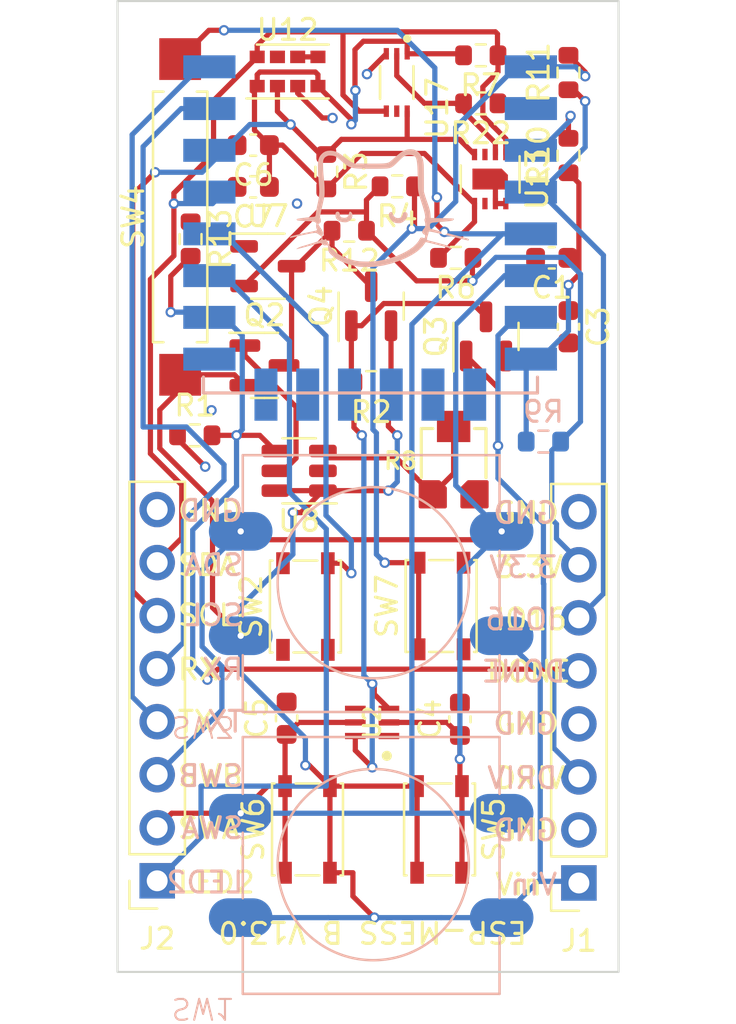
<source format=kicad_pcb>
(kicad_pcb (version 20221018) (generator pcbnew)
  (layers (0 "F.Cu" signal) (31 "B.Cu" signal) (34 "B.Paste" user) (35 "F.Paste" user) (36 "B.SilkS" user "B.Silkscreen") (37 "F.SilkS" user "F.Silkscreen") (38 "B.Mask" user) (39 "F.Mask" user) (44 "Edge.Cuts" user))
  (net 0 "")
  (net 1 "Net-(U1-VCC)")
  (net 2 "GND")
  (net 3 "SW-B")
  (net 4 "SW-A")
  (net 5 "V-SENS")
  (net 6 "+3.3V")
  (net 7 "SDA")
  (net 8 "SCL")
  (net 9 "RX")
  (net 10 "TX")
  (net 11 "Vin")
  (net 12 "Net-(Q2-G)")
  (net 13 "IO16")
  (net 14 "DRIVE")
  (net 15 "DONE")
  (net 16 "Net-(U8-DELAY{slash}M_DRV)")
  (net 17 "EN")
  (net 18 "Net-(U1-REST)")
  (net 19 "Net-(Q2-D)")
  (net 20 "Net-(U13-ADDR)")
  (net 21 "Net-(U1-GPIO0)")
  (net 23 "LED2")
  (net 30 "Net-(Q3-C)")
  (net 32 "Net-(U12-LDR)")
  (footprint "Package_TO_SOT_SMD:SOT-23" (layer "F.Cu") (at 124.85 68.5125 90)
    (fp_text reference "Q4")
    (fp_text value "AO3401A")
  )
  (footprint "Capacitor_SMD:C_0603_1608Metric" (layer "F.Cu") (at 119.2 60.8 180)
    (fp_text reference "C6")
    (fp_text value "C")
  )
  (footprint "Capacitor_SMD:C_0603_1608Metric" (layer "F.Cu") (at 129.1 88.3 90)
    (fp_text reference "C4")
    (fp_text value "C")
  )
  (footprint "Resistor_SMD:R_0603_1608Metric" (layer "F.Cu") (at 130.1 58.8 180)
    (fp_text reference "R22")
    (fp_text value "0K")
  )
  (footprint "Package_TO_SOT_SMD:SOT-23" (layer "F.Cu") (at 130.35 69.9625 90)
    (fp_text reference "Q3")
    (fp_text value "MMBT5551L")
  )
  (footprint "Button_Switch_SMD:SW_SPST_PTS810" (layer "F.Cu") (at 121.8 93.575 90)
    (fp_text reference "SW6")
    (fp_text value "SW_Push")
  )
  (footprint "Resistor_SMD:R_0603_1608Metric" (layer "F.Cu") (at 124.85 72.15 180)
    (fp_text reference "R2")
    (fp_text value "R")
  )
  (footprint "Resistor_SMD:R_0603_1608Metric" (layer "F.Cu") (at 122.7 62.075 -90)
    (fp_text reference "R3")
    (fp_text value "R")
  )
  (footprint "Sensor_Humidity:Sensirion_DFN-8-1EP_2.5x2.5mm_P0.5mm_EP1.1x1.7mm" (layer "F.Cu") (at 130.55 62.425 -90)
    (fp_text reference "U13")
    (fp_text value "SHT31-DIS")
  )
  (footprint "Resistor_SMD:R_0603_1608Metric" (layer "F.Cu") (at 126.1 62.775 180)
    (fp_text reference "R4")
    (fp_text value "R")
  )
  (footprint "2n7002:SOT363" (layer "F.Cu") (at 124.9 88.45 90)
    (fp_text reference "U2")
    (fp_text value "2N7002DW")
  )
  (footprint "Resistor_SMD:R_0603_1608Metric" (layer "F.Cu") (at 123.8 64.9 180)
    (fp_text reference "R12")
    (fp_text value "0K")
  )
  (footprint "Package_TO_SOT_SMD:SOT-23" (layer "F.Cu") (at 119.7375 71.35)
    (fp_text reference "Q2")
    (fp_text value "AO3401A")
  )
  (footprint "Button_Switch_SMD:SW_SPST_PTS810" (layer "F.Cu") (at 128.2 82.875 90)
    (fp_text reference "SW7")
    (fp_text value "SW_Push")
  )
  (footprint "Capacitor_SMD:C_0603_1608Metric" (layer "F.Cu") (at 133.5 66.2 180)
    (fp_text reference "C1")
    (fp_text value "C")
  )
  (footprint "Resistor_SMD:R_0603_1608Metric" (layer "F.Cu") (at 116.4 74.7)
    (fp_text reference "R1")
    (fp_text value "R")
  )
  (footprint "Button_Switch_SMD:SW_SPST_PTS810" (layer "F.Cu") (at 121.7 82.9 90)
    (fp_text reference "SW2")
    (fp_text value "SW_Push")
  )
  (footprint "Resistor_SMD:R_0603_1608Metric" (layer "F.Cu") (at 130.1 56.5 180)
    (fp_text reference "R7")
    (fp_text value "R")
  )
  (footprint "Resistor_SMD:R_0603_1608Metric" (layer "F.Cu") (at 134.3 61.3 90)
    (fp_text reference "R10")
    (fp_text value "R")
  )
  (footprint "Capacitor_SMD:C_0603_1608Metric" (layer "F.Cu") (at 119.2 62.8 180)
    (fp_text reference "C7")
    (fp_text value "C")
  )
  (footprint "Button_Switch_SMD:SW_SPST_REED_CT10-XXXX-G1" (layer "F.Cu") (at 115.7 64.24 -90)
    (fp_text reference "SW4")
    (fp_text value "SW_Reed")
  )
  (footprint "Capacitor_SMD:C_0603_1608Metric" (layer "F.Cu") (at 134.3 69.5 -90)
    (fp_text reference "C3")
    (fp_text value "C")
  )
  (footprint "Connector_PinSocket_2.54mm:PinSocket_1x08_P2.54mm_Vertical" (layer "F.Cu") (at 134.8 96.14 180)
    (fp_text reference "J1")
    (fp_text value "Conn_01x08_Socket")
  )
  (footprint "Button_Switch_SMD:SW_SPST_PTS810" (layer "F.Cu") (at 128.125 93.575 -90)
    (fp_text reference "SW5")
    (fp_text value "SW_Push")
  )
  (footprint "EVM3ES:EMV3ESX50B12" (layer "F.Cu") (at 128.8 75.925)
    (fp_text reference "R8")
    (fp_text value "EVM3ESX50B12")
  )
  (footprint "Connector_PinSocket_2.54mm:PinSocket_1x08_P2.54mm_Vertical" (layer "F.Cu") (at 114.6 96.035 180)
    (fp_text reference "J2")
    (fp_text value "Conn_01x08_Socket")
  )
  (footprint "Resistor_SMD:R_0603_1608Metric" (layer "F.Cu") (at 128.9 66.2 180)
    (fp_text reference "R6")
    (fp_text value "0K")
  )
  (footprint "Package_TO_SOT_SMD:SOT-23-3" (layer "F.Cu") (at 119.9 66.6)
    (fp_text reference "U7")
    (fp_text value "XC6206PxxxMR")
  )
  (footprint "Resistor_SMD:R_0603_1608Metric" (layer "F.Cu") (at 134.3 57.325 90)
    (fp_text reference "R11")
    (fp_text value "0K")
  )
  (footprint "Capacitor_SMD:C_0603_1608Metric" (layer "F.Cu") (at 120.8 88.25 90)
    (fp_text reference "C5")
    (fp_text value "C")
  )
  (footprint "Resistor_SMD:R_0603_1608Metric" (layer "F.Cu") (at 116.2 65.3 -90)
    (fp_text reference "R13")
    (fp_text value "R")
  )
  (footprint "BH1750:XDCR_BH1750FVI-TR" (layer "F.Cu") (at 126.075 57.8 -90)
    (fp_text reference "U17")
    (fp_text value "BH1750FVI-TR")
  )
  (footprint "Sensor:Avago_APDS-9960" (layer "F.Cu") (at 120.845 57.275)
    (fp_text reference "U12")
    (fp_text value "APDS-9960")
  )
  (footprint "Package_TO_SOT_SMD:SOT-23-6" (layer "F.Cu") (at 121.4 76.4 180)
    (fp_text reference "U8")
    (fp_text value "TPL5110")
  )
  (footprint "Resistor_SMD:R_0603_1608Metric" (layer "B.Cu") (at 133.1 75 180)
    (fp_text reference "R9")
    (fp_text value "0K")
  )
  (footprint "A_SensorNode:ButtonSwitch12mm_SMD" (layer "B.Cu") (at 124.95 81.76)
    (fp_text reference "SW3")
    (fp_text value "SW_Push")
  )
  (footprint "A_SensorNode:ESP12_SMD" (layer "B.Cu") (at 132.85 54.45 180)
    (fp_text reference "U1" hide)
    (fp_text value "ESP-12F" hide)
  )
  (footprint "catIcon.preety:catIcon8x8" (layer "B.Cu") (at 125.1 63.8 180)
    (fp_text reference "G***" hide)
    (fp_text value "LOGO" hide)
  )
  (footprint "A_SensorNode:ButtonSwitch12mm_SMD" (layer "B.Cu") (at 124.95 95.26)
    (fp_text reference "SW1")
    (fp_text value "SW_Push")
  )
  (gr_rect (start 112.7 53.9) (end 136.7 100.4) (stroke (width 0.1)) (fill none) (layer "Edge.Cuts"))
  (gr_text "3.3V" (at 133.85 81.6) (layer "B.SilkS") (effects (font (size 1 1)) (justify left bottom mirror)))
  (gr_text "RX" (at 118.816666 86.5) (layer "B.SilkS") (effects (font (size 1 1)) (justify left bottom mirror)))
  (gr_text "SDA" (at 118.816666 81.5) (layer "B.SilkS") (effects (font (size 1 1)) (justify left bottom mirror)))
  (gr_text "SWB" (at 118.816666 91.6) (layer "B.SilkS") (effects (font (size 1 1)) (justify left bottom mirror)))
  (gr_text "DONE" (at 134.25 86.6) (layer "B.SilkS") (effects (font (size 1 1)) (justify left bottom mirror)))
  (gr_text "GND" (at 133.85 79) (layer "B.SilkS") (effects (font (size 1 1)) (justify left bottom mirror)))
  (gr_text "TX" (at 118.816666 89) (layer "B.SilkS") (effects (font (size 1 1)) (justify left bottom mirror)))
  (gr_text "GND" (at 118.816666 78.9) (layer "B.SilkS") (effects (font (size 1 1)) (justify left bottom mirror)))
  (gr_text "LED2" (at 118.816666 96.7) (layer "B.SilkS") (effects (font (size 1 1)) (justify left bottom mirror)))
  (gr_text "SWA" (at 118.816666 94.1) (layer "B.SilkS") (effects (font (size 1 1)) (justify left bottom mirror)))
  (gr_text "GND" (at 133.85 89.1) (layer "B.SilkS") (effects (font (size 1 1)) (justify left bottom mirror)))
  (gr_text "SCL" (at 118.816666 83.9) (layer "B.SilkS") (effects (font (size 1 1)) (justify left bottom mirror)))
  (gr_text "Vin" (at 133.85 96.8) (layer "B.SilkS") (effects (font (size 1 1)) (justify left bottom mirror)))
  (gr_text "IO16" (at 133.85 84.1) (layer "B.SilkS") (effects (font (size 1 1)) (justify left bottom mirror)))
  (gr_text "DRIV" (at 133.85 91.7) (layer "B.SilkS") (effects (font (size 1 1)) (justify left bottom mirror)))
  (gr_text "GND" (at 133.85 94.2) (layer "B.SilkS") (effects (font (size 1 1)) (justify left bottom mirror)))
  (gr_text "DONE" (at 130.3 86.6) (layer "F.SilkS") (effects (font (size 1 1)) (justify left bottom)))
  (gr_text "LED2" (at 115.5 96.7) (layer "F.SilkS") (effects (font (size 1 1)) (justify left bottom)))
  (gr_text "SDA" (at 115.5 81.5) (layer "F.SilkS") (effects (font (size 1 1)) (justify left bottom)))
  (gr_text "Vin" (at 130.7 96.8) (layer "F.SilkS") (effects (font (size 1 1)) (justify left bottom)))
  (gr_text "IO16" (at 130.7 84.1) (layer "F.SilkS") (effects (font (size 1 1)) (justify left bottom)))
  (gr_text "TX" (at 115.5 89) (layer "F.SilkS") (effects (font (size 1 1)) (justify left bottom)))
  (gr_text "3.3V" (at 130.7 81.6) (layer "F.SilkS") (effects (font (size 1 1)) (justify left bottom)))
  (gr_text "SWB" (at 115.5 91.6) (layer "F.SilkS") (effects (font (size 1 1)) (justify left bottom)))
  (gr_text "GND" (at 130.7 94.2) (layer "F.SilkS") (effects (font (size 1 1)) (justify left bottom)))
  (gr_text "SCL" (at 115.5 83.9) (layer "F.SilkS") (effects (font (size 1 1)) (justify left bottom)))
  (gr_text "DRIV" (at 130.7 91.7) (layer "F.SilkS") (effects (font (size 1 1)) (justify left bottom)))
  (gr_text "GND" (at 130.7 89.1) (layer "F.SilkS") (effects (font (size 1 1)) (justify left bottom)))
  (gr_text "ESP-MESS B V13.0" (at 132.4 97.9 180) (layer "F.SilkS") (effects (font (size 1 1)) (justify left bottom)))
  (gr_text "SWA" (at 115.5 94.1) (layer "F.SilkS") (effects (font (size 1 1)) (justify left bottom)))
  (gr_text "RX" (at 115.5 86.5) (layer "F.SilkS") (effects (font (size 1 1)) (justify left bottom)))
  (gr_text "GND" (at 130.7 79) (layer "F.SilkS") (effects (font (size 1 1)) (justify left bottom)))
  (gr_text "GND" (at 115.5 78.9) (layer "F.SilkS") (effects (font (size 1 1)) (justify left bottom)))
  (segment (start 134.8 67) (end 134.3 67.5) (width 0.25) (layer "F.Cu") (net 1))
  (segment (start 134.3 62.125) (end 134.8 62.625) (width 0.25) (layer "F.Cu") (net 1))
  (segment (start 134.8 62.625) (end 134.8 67) (width 0.25) (layer "F.Cu") (net 1))
  (segment (start 134.3 67.5) (end 134.3 68.725) (width 0.25) (layer "F.Cu") (net 1))
  (via (at 134.3 67.5) (size 0.5) (drill 0.3) (layers "F.Cu" "B.Cu") (net 1))
  (segment (start 131.8 71.05) (end 132.95 71.05) (width 0.25) (layer "B.Cu") (net 1))
  (segment (start 132.275 71.525) (end 131.8 71.05) (width 0.25) (layer "B.Cu") (net 1))
  (segment (start 132.275 75) (end 132.275 71.525) (width 0.25) (layer "B.Cu") (net 1))
  (segment (start 132.95 71.05) (end 134.3 69.7) (width 0.25) (layer "B.Cu") (net 1))
  (segment (start 134.3 69.7) (end 134.3 67.5) (width 0.25) (layer "B.Cu") (net 1))
  (segment (start 130.55 62.425) (end 130.8 62.675) (width 0.25) (layer "F.Cu") (net 2))
  (segment (start 130.8 62.675) (end 130.8 63.6) (width 0.25) (layer "F.Cu") (net 2))
  (segment (start 124.6485 57.4) (end 124.6485 57.3515) (width 0.25) (layer "F.Cu") (net 2))
  (segment (start 124.6485 57.3515) (end 125.575 56.425) (width 0.25) (layer "F.Cu") (net 2))
  (segment (start 121.33 58.315) (end 121.33 57.975) (width 0.25) (layer "F.Cu") (net 2))
  (segment (start 130.8 63.6) (end 131.3 63.6) (width 0.25) (layer "F.Cu") (net 2))
  (segment (start 122.515 59.5) (end 121.33 58.315) (width 0.25) (layer "F.Cu") (net 2))
  (segment (start 115.575 74.7) (end 115.575 74.875) (width 0.25) (layer "F.Cu") (net 2))
  (segment (start 115.575 74.875) (end 116.9 76.2) (width 0.25) (layer "F.Cu") (net 2))
  (segment (start 123 59.5) (end 122.515 59.5) (width 0.25) (layer "F.Cu") (net 2))
  (via (at 117.2 73.5) (size 0.5) (drill 0.3) (layers "F.Cu" "B.Cu") (net 2))
  (via (at 124.6485 57.4) (size 0.5) (drill 0.3) (layers "F.Cu" "B.Cu") (net 2))
  (via (at 121.3 63.6) (size 0.5) (drill 0.3) (layers "F.Cu" "B.Cu") (net 2))
  (via (at 116.9 76.2) (size 0.5) (drill 0.3) (layers "F.Cu" "B.Cu") (net 2))
  (via (at 123 59.5) (size 0.5) (drill 0.3) (layers "F.Cu" "B.Cu") (net 2))
  (segment (start 129.1 89.075) (end 129.1 90.2) (width 0.25) (layer "F.Cu") (net 3))
  (segment (start 129.1 90.2) (end 129.1 91.4) (width 0.25) (layer "F.Cu") (net 3))
  (segment (start 129.2 91.5) (end 129.2 95.65) (width 0.25) (layer "F.Cu") (net 3))
  (segment (start 126.8 88.45) (end 128.475 88.45) (width 0.25) (layer "F.Cu") (net 3))
  (segment (start 125.7 88.45) (end 126.8 88.45) (width 0.25) (layer "F.Cu") (net 3))
  (segment (start 119 79.7) (end 130.7 79.7) (width 0.25) (layer "F.Cu") (net 3))
  (segment (start 129.1 91.4) (end 129.2 91.5) (width 0.25) (layer "F.Cu") (net 3))
  (segment (start 128.475 88.45) (end 129.1 89.075) (width 0.25) (layer "F.Cu") (net 3))
  (segment (start 130.7 79.7) (end 131.1 79.3) (width 0.25) (layer "F.Cu") (net 3))
  (segment (start 118.6 79.3) (end 119 79.7) (width 0.25) (layer "F.Cu") (net 3))
  (via (at 129.1 90.2) (size 0.5) (drill 0.3) (layers "F.Cu" "B.Cu") (net 3))
  (via (at 131.1 79.3) (size 0.5) (drill 0.3) (layers "F.Cu" "B.Cu") (net 3))
  (via (at 118.6 79.3) (size 0.5) (drill 0.3) (layers "F.Cu" "B.Cu") (net 3))
  (segment (start 116.751 84.817767) (end 116.751 81.149) (width 0.25) (layer "B.Cu") (net 3))
  (segment (start 117.7 87.855) (end 117.7 85.766767) (width 0.25) (layer "B.Cu") (net 3))
  (segment (start 129.1 81.3) (end 129.1 90.2) (width 0.25) (layer "B.Cu") (net 3))
  (segment (start 117.7 85.766767) (end 116.751 84.817767) (width 0.25) (layer "B.Cu") (net 3))
  (segment (start 128.9 69.4) (end 128.9 77.1) (width 0.25) (layer "B.Cu") (net 3))
  (segment (start 131.1 79.3) (end 129.1 81.3) (width 0.25) (layer "B.Cu") (net 3))
  (segment (start 116.751 81.149) (end 118.6 79.3) (width 0.25) (layer "B.Cu") (net 3))
  (segment (start 128.9 77.1) (end 131.1 79.3) (width 0.25) (layer "B.Cu") (net 3))
  (segment (start 114.6 90.955) (end 117.7 87.855) (width 0.25) (layer "B.Cu") (net 3))
  (segment (start 131.25 67.05) (end 128.9 69.4) (width 0.25) (layer "B.Cu") (net 3))
  (segment (start 131.8 67.05) (end 131.25 67.05) (width 0.25) (layer "B.Cu") (net 3))
  (segment (start 115.295 92.8) (end 118.6 92.8) (width 0.25) (layer "F.Cu") (net 4))
  (segment (start 128 63.3) (end 128 64.6) (width 0.25) (layer "F.Cu") (net 4))
  (segment (start 117.08 55.3) (end 117.78 55.3) (width 0.25) (layer "F.Cu") (net 4))
  (segment (start 128 64.6) (end 128.356233 64.956233) (width 0.25) (layer "F.Cu") (net 4))
  (segment (start 120.725 89.1) (end 120.725 91.5) (width 0.25) (layer "F.Cu") (net 4))
  (segment (start 114.6 93.495) (end 115.295 92.8) (width 0.25) (layer "F.Cu") (net 4))
  (segment (start 115.6 56.78) (end 117.08 55.3) (width 0.25) (layer "F.Cu") (net 4))
  (segment (start 124.09 88.45) (end 121.375 88.45) (width 0.25) (layer "F.Cu") (net 4))
  (segment (start 120.8 89.025) (end 120.725 89.1) (width 0.25) (layer "F.Cu") (net 4))
  (segment (start 121.375 88.45) (end 120.8 89.025) (width 0.25) (layer "F.Cu") (net 4))
  (segment (start 119.9 91.5) (end 118.6 92.8) (width 0.25) (layer "F.Cu") (net 4))
  (segment (start 120.725 95.65) (end 120.725 91.5) (width 0.25) (layer "F.Cu") (net 4))
  (segment (start 120.725 91.5) (end 119.9 91.5) (width 0.25) (layer "F.Cu") (net 4))
  (via (at 128.356233 64.956233) (size 0.5) (drill 0.3) (layers "F.Cu" "B.Cu") (net 4))
  (via (at 118.6 92.8) (size 0.5) (drill 0.3) (layers "F.Cu" "B.Cu") (net 4))
  (via (at 128 63.3) (size 0.5) (drill 0.3) (layers "F.Cu" "B.Cu") (net 4))
  (via (at 117.8 55.3) (size 0.5) (drill 0.3) (layers "F.Cu" "B.Cu") (net 4))
  (segment (start 131.1 92.8) (end 126.8 92.8) (width 0.25) (layer "B.Cu") (net 4))
  (segment (start 127.9 63.2) (end 128 63.3) (width 0.25) (layer "B.Cu") (net 4))
  (segment (start 127.9 57.1) (end 127.9 63.2) (width 0.25) (layer "B.Cu") (net 4))
  (segment (start 126.1 55.3) (end 127.9 57.1) (width 0.25) (layer "B.Cu") (net 4))
  (segment (start 128.356233 64.956233) (end 128.45 65.05) (width 0.25) (layer "B.Cu") (net 4))
  (segment (start 131.136827 65.05) (end 126.8 69.386827) (width 0.25) (layer "B.Cu") (net 4))
  (segment (start 126.8 69.386827) (end 126.8 92.8) (width 0.25) (layer "B.Cu") (net 4))
  (segment (start 126.8 92.8) (end 118.6 92.8) (width 0.25) (layer "B.Cu") (net 4))
  (segment (start 128.45 65.05) (end 131.8 65.05) (width 0.25) (layer "B.Cu") (net 4))
  (segment (start 117.8 55.3) (end 126.1 55.3) (width 0.25) (layer "B.Cu") (net 4))
  (segment (start 131.8 65.05) (end 131.136827 65.05) (width 0.25) (layer "B.Cu") (net 4))
  (segment (start 127.4 61.2) (end 128.55 62.35) (width 0.25) (layer "F.Cu") (net 5))
  (segment (start 123.9 59.8) (end 123.9 59.575) (width 0.25) (layer "F.Cu") (net 5))
  (segment (start 123.9 59.575) (end 122.3 57.975) (width 0.25) (layer "F.Cu") (net 5))
  (segment (start 124.093483 58.181017) (end 124.074 58.161534) (width 0.25) (layer "F.Cu") (net 5))
  (segment (start 119.975 60.8) (end 119.26 60.085) (width 0.25) (layer "F.Cu") (net 5))
  (segment (start 124.4 61.2) (end 127.4 61.2) (width 0.25) (layer "F.Cu") (net 5))
  (segment (start 119.975 60.8) (end 120.6 60.8) (width 0.25) (layer "F.Cu") (net 5))
  (segment (start 119.26 60.085) (end 119.26 58.205) (width 0.25) (layer "F.Cu") (net 5))
  (segment (start 129.4 56.425) (end 126.575 56.425) (width 0.25) (layer "F.Cu") (net 5))
  (segment (start 122.175 57.3) (end 122.3 57.425) (width 0.25) (layer "F.Cu") (net 5))
  (segment (start 129.8 64.475) (end 129.8 63.6) (width 0.25) (layer "F.Cu") (net 5))
  (segment (start 119.16 58.205) (end 119.39 57.975) (width 0.25) (layer "F.Cu") (net 5))
  (segment (start 128.075 66.2) (end 129.8 64.475) (width 0.25) (layer "F.Cu") (net 5))
  (segment (start 122.7 62.9) (end 124.4 61.2) (width 0.25) (layer "F.Cu") (net 5))
  (segment (start 119.39 57.425) (end 119.515 57.3) (width 0.25) (layer "F.Cu") (net 5))
  (segment (start 129.275 56.5) (end 129.2 56.425) (width 0.25) (layer "F.Cu") (net 5))
  (segment (start 124.074 56.226) (end 124.475 55.825) (width 0.25) (layer "F.Cu") (net 5))
  (segment (start 126.575 55.875) (end 126.575 56.425) (width 0.25) (layer "F.Cu") (net 5))
  (segment (start 122.3 57.425) (end 122.3 57.975) (width 0.25) (layer "F.Cu") (net 5))
  (segment (start 119.975 60.8) (end 119.975 62.8) (width 0.25) (layer "F.Cu") (net 5))
  (segment (start 124.475 55.825) (end 126.525 55.825) (width 0.25) (layer "F.Cu") (net 5))
  (segment (start 119.955 62.82) (end 119.975 62.8) (width 0.25) (layer "F.Cu") (net 5))
  (segment (start 120.6 60.8) (end 122.7 62.9) (width 0.25) (layer "F.Cu") (net 5))
  (segment (start 126.525 55.825) (end 126.575 55.875) (width 0.25) (layer "F.Cu") (net 5))
  (segment (start 124.074 58.161534) (end 124.074 56.226) (width 0.25) (layer "F.Cu") (net 5))
  (segment (start 119.515 57.3) (end 122.175 57.3) (width 0.25) (layer "F.Cu") (net 5))
  (segment (start 119.39 57.975) (end 119.39 57.425) (width 0.25) (layer "F.Cu") (net 5))
  (segment (start 128.55 62.35) (end 129.8 63.6) (width 0.25) (layer "F.Cu") (net 5))
  (via (at 124.093483 58.181017) (size 0.5) (drill 0.3) (layers "F.Cu" "B.Cu") (net 5))
  (via (at 123.9 59.8) (size 0.5) (drill 0.3) (layers "F.Cu" "B.Cu") (net 5))
  (segment (start 124.093483 59.606517) (end 124.093483 58.181017) (width 0.25) (layer "B.Cu") (net 5))
  (segment (start 123.9 59.8) (end 124.093483 59.606517) (width 0.25) (layer "B.Cu") (net 5))
  (segment (start 122.303249 64) (end 124.625 64) (width 0.25) (layer "F.Cu") (net 6))
  (segment (start 118.7625 67.55) (end 118.7625 67.540749) (width 0.25) (layer "F.Cu") (net 6))
  (segment (start 129.7 67.3) (end 127.025 67.3) (width 0.25) (layer "F.Cu") (net 6))
  (segment (start 124.625 63.425) (end 125.275 62.775) (width 0.25) (layer "F.Cu") (net 6))
  (segment (start 129.725 66.2) (end 129.7 66.225) (width 0.25) (layer "F.Cu") (net 6))
  (segment (start 118.7625 67.540749) (end 122.303249 64) (width 0.25) (layer "F.Cu") (net 6))
  (segment (start 124.625 64.9) (end 124.625 64) (width 0.25) (layer "F.Cu") (net 6))
  (segment (start 124.625 64) (end 124.625 63.425) (width 0.25) (layer "F.Cu") (net 6))
  (segment (start 129.7 66.225) (end 129.7 67.3) (width 0.25) (layer "F.Cu") (net 6))
  (segment (start 127.025 67.3) (end 124.625 64.9) (width 0.25) (layer "F.Cu") (net 6))
  (via (at 129.7 67.3) (size 0.5) (drill 0.3) (layers "F.Cu" "B.Cu") (net 6))
  (segment (start 130.825 66.175) (end 129.7 67.3) (width 0.25) (layer "B.Cu") (net 6))
  (segment (start 133.5 78.721701) (end 133.5 75.425) (width 0.25) (layer "B.Cu") (net 6))
  (segment (start 133.725 79.645) (end 133.725 78.946701) (width 0.25) (layer "B.Cu") (net 6))
  (segment (start 134.875 66.975) (end 134.075 66.175) (width 0.25) (layer "B.Cu") (net 6))
  (segment (start 134.875 74.05) (end 134.875 66.975) (width 0.25) (layer "B.Cu") (net 6))
  (segment (start 133.5 75.425) (end 134.875 74.05) (width 0.25) (layer "B.Cu") (net 6))
  (segment (start 133.725 78.946701) (end 133.5 78.721701) (width 0.25) (layer "B.Cu") (net 6))
  (segment (start 134.075 66.175) (end 130.825 66.175) (width 0.25) (layer "B.Cu") (net 6))
  (segment (start 134.9 80.82) (end 133.725 79.645) (width 0.25) (layer "B.Cu") (net 6))
  (segment (start 117.3 61.2) (end 117.3 58.665) (width 0.25) (layer "F.Cu") (net 7))
  (segment (start 119.39 56.025) (end 119.39 56.575) (width 0.25) (layer "F.Cu") (net 7))
  (segment (start 130.9 56.5) (end 130.9 55.475) (width 0.25) (layer "F.Cu") (net 7))
  (segment (start 115.775 79.62) (end 114.6 80.795) (width 0.25) (layer "F.Cu") (net 7))
  (segment (start 115.4 63.6) (end 115.4 63.1) (width 0.25) (layer "F.Cu") (net 7))
  (segment (start 120.065 55.35) (end 119.39 56.025) (width 0.25) (layer "F.Cu") (net 7))
  (segment (start 130.8 55.375) (end 120.19 55.375) (width 0.25) (layer "F.Cu") (net 7))
  (segment (start 131.3 60.5) (end 130.7 59.9) (width 0.25) (layer "F.Cu") (net 7))
  (segment (start 124.275 59.175) (end 125.575 59.175) (width 0.25) (layer "F.Cu") (net 7))
  (segment (start 114.275 67.225) (end 114.275 75.575) (width 0.25) (layer "F.Cu") (net 7))
  (segment (start 123.5 55.375) (end 123.5 58.4) (width 0.25) (layer "F.Cu") (net 7))
  (segment (start 123.5 58.4) (end 124.275 59.175) (width 0.25) (layer "F.Cu") (net 7))
  (segment (start 130.925 57.288173) (end 130.925 56.5) (width 0.25) (layer "F.Cu") (net 7))
  (segment (start 120.19 55.375) (end 120.165 55.35) (width 0.25) (layer "F.Cu") (net 7))
  (segment (start 130.7 59.9) (end 130.2 59.4) (width 0.25) (layer "F.Cu") (net 7))
  (segment (start 115.4 63.1) (end 117.3 61.2) (width 0.25) (layer "F.Cu") (net 7))
  (segment (start 131.3 61.25) (end 131.3 60.5) (width 0.25) (layer "F.Cu") (net 7))
  (segment (start 130.2 58.013173) (end 130.925 57.288173) (width 0.25) (layer "F.Cu") (net 7))
  (segment (start 130.9 55.475) (end 130.8 55.375) (width 0.25) (layer "F.Cu") (net 7))
  (segment (start 130.2 59.4) (end 130.2 58.013173) (width 0.25) (layer "F.Cu") (net 7))
  (segment (start 115.4 63.6) (end 115.4 66.1) (width 0.25) (layer "F.Cu") (net 7))
  (segment (start 117.3 58.665) (end 119.39 56.575) (width 0.25) (layer "F.Cu") (net 7))
  (segment (start 115.4 66.1) (end 114.275 67.225) (width 0.25) (layer "F.Cu") (net 7))
  (segment (start 115.775 77.075) (end 115.775 79.62) (width 0.25) (layer "F.Cu") (net 7))
  (segment (start 114.275 75.575) (end 115.775 77.075) (width 0.25) (layer "F.Cu") (net 7))
  (via (at 115.4 63.6) (size 0.5) (drill 0.3) (layers "F.Cu" "B.Cu") (net 7))
  (segment (start 117.25 63.6) (end 117.8 63.05) (width 0.25) (layer "B.Cu") (net 7))
  (segment (start 115.4 63.6) (end 117.25 63.6) (width 0.25) (layer "B.Cu") (net 7))
  (segment (start 120.9875 59.8125) (end 120.36 59.185) (width 0.25) (layer "F.Cu") (net 8))
  (segment (start 126.575 59.175) (end 126.575 60.425) (width 0.25) (layer "F.Cu") (net 8))
  (segment (start 123.425 60.525) (end 129.075 60.525) (width 0.25) (layer "F.Cu") (net 8))
  (segment (start 113.425 82.16) (end 113.425 63.175) (width 0.25) (layer "F.Cu") (net 8))
  (segment (start 122.425 61.25) (end 122.7 61.25) (width 0.25) (layer "F.Cu") (net 8))
  (segment (start 122.7 61.25) (end 123.425 60.525) (width 0.25) (layer "F.Cu") (net 8))
  (segment (start 120.36 59.185) (end 120.36 57.975) (width 0.25) (layer "F.Cu") (net 8))
  (segment (start 129.075 60.525) (end 129.8 61.25) (width 0.25) (layer "F.Cu") (net 8))
  (segment (start 120.9875 59.8125) (end 122.425 61.25) (width 0.25) (layer "F.Cu") (net 8))
  (segment (start 113.425 63.175) (end 114.5 62.1) (width 0.25) (layer "F.Cu") (net 8))
  (segment (start 114.6 83.335) (end 113.425 82.16) (width 0.25) (layer "F.Cu") (net 8))
  (via (at 114.5 62.1) (size 0.5) (drill 0.3) (layers "F.Cu" "B.Cu") (net 8))
  (via (at 120.9875 59.8125) (size 0.5) (drill 0.3) (layers "F.Cu" "B.Cu") (net 8))
  (segment (start 120.9875 59.8125) (end 119.0375 59.8125) (width 0.25) (layer "B.Cu") (net 8))
  (segment (start 114.5 62.1) (end 116.75 62.1) (width 0.25) (layer "B.Cu") (net 8))
  (segment (start 116.75 62.1) (end 117.8 61.05) (width 0.25) (layer "B.Cu") (net 8))
  (segment (start 119.0375 59.8125) (end 117.8 61.05) (width 0.25) (layer "B.Cu") (net 8))
  (segment (start 115.851 78.8) (end 115.851 84.624) (width 0.25) (layer "B.Cu") (net 9))
  (segment (start 117.8 59.05) (end 115.75 59.05) (width 0.25) (layer "B.Cu") (net 9))
  (segment (start 115.75 59.05) (end 113.925 60.875) (width 0.25) (layer "B.Cu") (net 9))
  (segment (start 113.925 60.875) (end 113.925 74.3) (width 0.25) (layer "B.Cu") (net 9))
  (segment (start 115.851 84.624) (end 114.6 85.875) (width 0.25) (layer "B.Cu") (net 9))
  (segment (start 113.925 74.3) (end 116 74.3) (width 0.25) (layer "B.Cu") (net 9))
  (segment (start 116 74.3) (end 117.8 76.1) (width 0.25) (layer "B.Cu") (net 9))
  (segment (start 117.8 76.1) (end 117.8 76.851) (width 0.25) (layer "B.Cu") (net 9))
  (segment (start 117.8 76.851) (end 115.851 78.8) (width 0.25) (layer "B.Cu") (net 9))
  (segment (start 113.4 60.3) (end 113.4 87.215) (width 0.25) (layer "B.Cu") (net 10))
  (segment (start 117.8 57.05) (end 116.65 57.05) (width 0.25) (layer "B.Cu") (net 10))
  (segment (start 113.4 87.215) (end 114.6 88.415) (width 0.25) (layer "B.Cu") (net 10))
  (segment (start 116.65 57.05) (end 113.4 60.3) (width 0.25) (layer "B.Cu") (net 10))
  (segment (start 123.975 96.775) (end 125 97.8) (width 0.25) (layer "F.Cu") (net 11))
  (segment (start 118.3 71.8) (end 115.7 71.8) (width 0.25) (layer "F.Cu") (net 11))
  (segment (start 122.875 95.65) (end 123.975 95.65) (width 0.25) (layer "F.Cu") (net 11))
  (segment (start 115.6 72.6) (end 114.725 73.475) (width 0.25) (layer "F.Cu") (net 11))
  (segment (start 123.975 95.65) (end 123.975 96.775) (width 0.25) (layer "F.Cu") (net 11))
  (segment (start 125.8 72.025) (end 125.675 72.15) (width 0.25) (layer "F.Cu") (net 11))
  (segment (start 121.4875 78.4) (end 122.5375 77.35) (width 0.25) (layer "F.Cu") (net 11))
  (segment (start 117.25 77.85) (end 117.25 82.95) (width 0.25) (layer "F.Cu") (net 11))
  (segment (start 122.875 95.65) (end 122.875 91.5) (width 0.25) (layer "F.Cu") (net 11))
  (segment (start 121.875 90.5) (end 122.875 91.5) (width 0.25) (layer "F.Cu") (net 11))
  (segment (start 125.675 74.275) (end 125.675 72.15) (width 0.25) (layer "F.Cu") (net 11))
  (segment (start 125.6745 77.35) (end 122.5375 77.35) (width 0.25) (layer "F.Cu") (net 11))
  (segment (start 114.725 75.325) (end 117.25 77.85) (width 0.25) (layer "F.Cu") (net 11))
  (segment (start 121.1 78.4) (end 121.4875 78.4) (width 0.25) (layer "F.Cu") (net 11))
  (segment (start 125.8 69.5) (end 125.8 72.025) (width 0.25) (layer "F.Cu") (net 11))
  (segment (start 126.1 74.7) (end 125.675 74.275) (width 0.25) (layer "F.Cu") (net 11))
  (segment (start 114.725 73.475) (end 114.725 75.325) (width 0.25) (layer "F.Cu") (net 11))
  (segment (start 117.25 82.95) (end 118.6 84.3) (width 0.25) (layer "F.Cu") (net 11))
  (segment (start 122.5375 77.35) (end 120.2625 77.35) (width 0.25) (layer "F.Cu") (net 11))
  (segment (start 122.875 91.5) (end 127.05 91.5) (width 0.25) (layer "F.Cu") (net 11))
  (segment (start 121.7 90.5) (end 121.875 90.5) (width 0.25) (layer "F.Cu") (net 11))
  (segment (start 118.8 72.3) (end 118.3 71.8) (width 0.25) (layer "F.Cu") (net 11))
  (segment (start 127.05 91.5) (end 127.05 95.65) (width 0.25) (layer "F.Cu") (net 11))
  (via (at 125 97.8) (size 0.5) (drill 0.3) (layers "F.Cu" "B.Cu") (net 11))
  (via (at 121.1 78.4) (size 0.5) (drill 0.3) (layers "F.Cu" "B.Cu") (net 11))
  (via (at 118.6 84.3) (size 0.5) (drill 0.3) (layers "F.Cu" "B.Cu") (net 11))
  (via (at 125.6745 77.35) (size 0.5) (drill 0.3) (layers "F.Cu" "B.Cu") (net 11))
  (via (at 121.7 90.5) (size 0.5) (drill 0.3) (layers "F.Cu" "B.Cu") (net 11))
  (via (at 126.1 74.7) (size 0.5) (drill 0.3) (layers "F.Cu" "B.Cu") (net 11))
  (segment (start 126.1 76.9245) (end 126.1 74.7) (width 0.25) (layer "B.Cu") (net 11))
  (segment (start 118.6 86.1) (end 118.6 84.3) (width 0.25) (layer "B.Cu") (net 11))
  (segment (start 118.6 97.8) (end 122.8 97.8) (width 0.25) (layer "B.Cu") (net 11))
  (segment (start 121.1 78.4) (end 121.1 80.4) (width 0.25) (layer "B.Cu") (net 11))
  (segment (start 121.1 80.4) (end 118.6 82.9) (width 0.25) (layer "B.Cu") (net 11))
  (segment (start 125 97.8) (end 128.2 97.8) (width 0.25) (layer "B.Cu") (net 11))
  (segment (start 118.6 82.9) (end 118.6 84.3) (width 0.25) (layer "B.Cu") (net 11))
  (segment (start 132.84 96.06) (end 131.1 97.8) (width 0.25) (layer "B.Cu") (net 11))
  (segment (start 125.6745 77.35) (end 126.1 76.9245) (width 0.25) (layer "B.Cu") (net 11))
  (segment (start 133 96.06) (end 132.84 96.06) (width 0.25) (layer "B.Cu") (net 11))
  (segment (start 134.9 96.06) (end 133 96.06) (width 0.25) (layer "B.Cu") (net 11))
  (segment (start 132.949 96.009) (end 133 96.06) (width 0.25) (layer "B.Cu") (net 11))
  (segment (start 131.1 84.3) (end 132.949 86.149) (width 0.25) (layer "B.Cu") (net 11))
  (segment (start 122.8 97.8) (end 125 97.8) (width 0.25) (layer "B.Cu") (net 11))
  (segment (start 121.7 90.5) (end 121.7 89.2) (width 0.25) (layer "B.Cu") (net 11))
  (segment (start 121.7 89.2) (end 118.6 86.1) (width 0.25) (layer "B.Cu") (net 11))
  (segment (start 131.1 97.8) (end 131.1 97.32) (width 0.25) (layer "B.Cu") (net 11))
  (segment (start 132.949 86.149) (end 132.949 96.009) (width 0.25) (layer "B.Cu") (net 11))
  (segment (start 128.2 97.8) (end 131.1 97.8) (width 0.25) (layer "B.Cu") (net 11))
  (segment (start 120.2625 76.4) (end 120.646751 76.4) (width 0.25) (layer "F.Cu") (net 12))
  (segment (start 120.646751 76.4) (end 121.25 75.796751) (width 0.25) (layer "F.Cu") (net 12))
  (segment (start 121.25 75.796751) (end 121.25 73.334251) (width 0.25) (layer "F.Cu") (net 12))
  (segment (start 118.8 70.884251) (end 118.8 70.4) (width 0.25) (layer "F.Cu") (net 12))
  (segment (start 121.25 73.334251) (end 118.8 70.884251) (width 0.25) (layer "F.Cu") (net 12))
  (segment (start 134.55 58.15) (end 135.1 58.7) (width 0.25) (layer "F.Cu") (net 13))
  (segment (start 134.3 58.15) (end 134.55 58.15) (width 0.25) (layer "F.Cu") (net 13))
  (via (at 135.1 58.7) (size 0.5) (drill 0.3) (layers "F.Cu" "B.Cu") (net 13))
  (segment (start 135.1 60.9) (end 132.95 63.05) (width 0.25) (layer "B.Cu") (net 13))
  (segment (start 132.95 63.05) (end 135.975 66.075) (width 0.25) (layer "B.Cu") (net 13))
  (segment (start 135.975 66.075) (end 135.975 82.285) (width 0.25) (layer "B.Cu") (net 13))
  (segment (start 135.975 82.285) (end 134.9 83.36) (width 0.25) (layer "B.Cu") (net 13))
  (segment (start 135.1 58.7) (end 135.1 60.9) (width 0.25) (layer "B.Cu") (net 13))
  (segment (start 131.8 63.05) (end 132.95 63.05) (width 0.25) (layer "B.Cu") (net 13))
  (segment (start 129.4 70.9) (end 130.925 72.425) (width 0.25) (layer "F.Cu") (net 14))
  (segment (start 130.925 72.425) (end 130.925 75.2) (width 0.25) (layer "F.Cu") (net 14))
  (via (at 130.925 75.2) (size 0.5) (drill 0.3) (layers "F.Cu" "B.Cu") (net 14))
  (segment (start 133.118198 81.818198) (end 133.118198 85.681802) (width 0.25) (layer "B.Cu") (net 14))
  (segment (start 133.6 89.68) (end 134.9 90.98) (width 0.25) (layer "B.Cu") (net 14))
  (segment (start 130.925 75.2) (end 130.925 76.758233) (width 0.25) (layer "B.Cu") (net 14))
  (segment (start 130.925 76.758233) (end 133.1 78.933233) (width 0.25) (layer "B.Cu") (net 14))
  (segment (start 131.8 69.05) (end 130.925 69.925) (width 0.25) (layer "B.Cu") (net 14))
  (segment (start 133.1 78.933233) (end 133.1 81.8) (width 0.25) (layer "B.Cu") (net 14))
  (segment (start 133.1 81.8) (end 133.118198 81.818198) (width 0.25) (layer "B.Cu") (net 14))
  (segment (start 133.118198 85.681802) (end 133.6 86.163604) (width 0.25) (layer "B.Cu") (net 14))
  (segment (start 133.6 86.163604) (end 133.6 89.68) (width 0.25) (layer "B.Cu") (net 14))
  (segment (start 130.925 69.925) (end 130.925 75.2) (width 0.25) (layer "B.Cu") (net 14))
  (segment (start 118.4 74.7) (end 119.5125 74.7) (width 0.25) (layer "F.Cu") (net 15))
  (segment (start 117.225 74.7) (end 118.4 74.7) (width 0.25) (layer "F.Cu") (net 15))
  (segment (start 115.2495 67.0755) (end 115.2495 68.8) (width 0.25) (layer "F.Cu") (net 15))
  (segment (start 134.9 85.9) (end 117.5 85.9) (width 0.25) (layer "F.Cu") (net 15))
  (segment (start 119.5125 74.7) (end 120.2625 75.45) (width 0.25) (layer "F.Cu") (net 15))
  (segment (start 117.5 85.9) (end 117 86.4) (width 0.25) (layer "F.Cu") (net 15))
  (segment (start 116.2 66.125) (end 115.2495 67.0755) (width 0.25) (layer "F.Cu") (net 15))
  (via (at 115.2495 68.8) (size 0.5) (drill 0.3) (layers "F.Cu" "B.Cu") (net 15))
  (via (at 117 86.4) (size 0.5) (drill 0.3) (layers "F.Cu" "B.Cu") (net 15))
  (via (at 118.4 74.7) (size 0.5) (drill 0.3) (layers "F.Cu" "B.Cu") (net 15))
  (segment (start 118.675 74.425) (end 118.4 74.7) (width 0.25) (layer "B.Cu") (net 15))
  (segment (start 117 86.4) (end 116.301 85.701) (width 0.25) (layer "B.Cu") (net 15))
  (segment (start 115.2495 68.8) (end 117.55 68.8) (width 0.25) (layer "B.Cu") (net 15))
  (segment (start 118.675 69.925) (end 118.675 74.425) (width 0.25) (layer "B.Cu") (net 15))
  (segment (start 116.301 85.701) (end 116.301 79.232233) (width 0.25) (layer "B.Cu") (net 15))
  (segment (start 117.8 69.05) (end 118.675 69.925) (width 0.25) (layer "B.Cu") (net 15))
  (segment (start 116.301 79.232233) (end 118.4 77.133233) (width 0.25) (layer "B.Cu") (net 15))
  (segment (start 118.4 77.133233) (end 118.4 74.7) (width 0.25) (layer "B.Cu") (net 15))
  (segment (start 122.8625 75.775) (end 122.5375 75.45) (width 0.25) (layer "F.Cu") (net 16))
  (segment (start 128.8 74.275) (end 128.8 76.525) (width 0.25) (layer "F.Cu") (net 16))
  (segment (start 128.8 76.525) (end 127.8 77.525) (width 0.25) (layer "F.Cu") (net 16))
  (segment (start 126.05 75.775) (end 122.8625 75.775) (width 0.25) (layer "F.Cu") (net 16))
  (segment (start 127.8 77.525) (end 126.05 75.775) (width 0.25) (layer "F.Cu") (net 16))
  (segment (start 134.3 59.5) (end 134.4 59.4) (width 0.25) (layer "F.Cu") (net 17))
  (segment (start 134.3 60.475) (end 134.3 59.5) (width 0.25) (layer "F.Cu") (net 17))
  (via (at 134.4 59.4) (size 0.5) (drill 0.3) (layers "F.Cu" "B.Cu") (net 17))
  (segment (start 134.4 59.6) (end 132.95 61.05) (width 0.25) (layer "B.Cu") (net 17))
  (segment (start 134.4 59.4) (end 134.4 59.6) (width 0.25) (layer "B.Cu") (net 17))
  (segment (start 132.95 61.05) (end 131.8 61.05) (width 0.25) (layer "B.Cu") (net 17))
  (segment (start 126.925 64.675) (end 126.925 62.775) (width 0.25) (layer "F.Cu") (net 18))
  (segment (start 135.1 57.5) (end 135.1 57.3) (width 0.25) (layer "F.Cu") (net 18))
  (segment (start 127.125 80.8) (end 127.125 84.95) (width 0.25) (layer "F.Cu") (net 18))
  (segment (start 126.8 64.8) (end 126.925 64.675) (width 0.25) (layer "F.Cu") (net 18))
  (segment (start 135.1 57.3) (end 134.3 56.5) (width 0.25) (layer "F.Cu") (net 18))
  (segment (start 125.5 80.8) (end 127.125 80.8) (width 0.25) (layer "F.Cu") (net 18))
  (via (at 126.8 64.8) (size 0.5) (drill 0.3) (layers "F.Cu" "B.Cu") (net 18))
  (via (at 135.1 57.5) (size 0.5) (drill 0.3) (layers "F.Cu" "B.Cu") (net 18))
  (via (at 125.5 80.8) (size 0.5) (drill 0.3) (layers "F.Cu" "B.Cu") (net 18))
  (segment (start 131.8 57.05) (end 128.9 59.95) (width 0.25) (layer "B.Cu") (net 18))
  (segment (start 125.1 80.4) (end 125.5 80.8) (width 0.25) (layer "B.Cu") (net 18))
  (segment (start 124.935 74.421827) (end 125.1 74.586827) (width 0.25) (layer "B.Cu") (net 18))
  (segment (start 128.9 63.5) (end 127.6 64.8) (width 0.25) (layer "B.Cu") (net 18))
  (segment (start 128.9 59.95) (end 128.9 63.5) (width 0.25) (layer "B.Cu") (net 18))
  (segment (start 131.8 57.05) (end 134.65 57.05) (width 0.25) (layer "B.Cu") (net 18))
  (segment (start 124.935 66.665) (end 124.935 74.421827) (width 0.25) (layer "B.Cu") (net 18))
  (segment (start 134.65 57.05) (end 135.1 57.5) (width 0.25) (layer "B.Cu") (net 18))
  (segment (start 127.6 64.8) (end 126.8 64.8) (width 0.25) (layer "B.Cu") (net 18))
  (segment (start 126.8 64.8) (end 124.935 66.665) (width 0.25) (layer "B.Cu") (net 18))
  (segment (start 125.1 74.586827) (end 125.1 80.4) (width 0.25) (layer "B.Cu") (net 18))
  (segment (start 122.975 64.9) (end 122.975 65.7) (width 0.25) (layer "F.Cu") (net 19))
  (segment (start 121.0375 70.9875) (end 120.675 71.35) (width 0.25) (layer "F.Cu") (net 19))
  (segment (start 121.0375 66.6) (end 121.0375 70.9875) (width 0.25) (layer "F.Cu") (net 19))
  (segment (start 121.275 66.6) (end 122.975 64.9) (width 0.25) (layer "F.Cu") (net 19))
  (segment (start 121.0375 66.6) (end 121.275 66.6) (width 0.25) (layer "F.Cu") (net 19))
  (segment (start 122.975 65.7) (end 124.85 67.575) (width 0.25) (layer "F.Cu") (net 19))
  (segment (start 127.4 58.8) (end 128.9 58.8) (width 0.25) (layer "F.Cu") (net 20))
  (segment (start 130.8 60.7) (end 130.8 61.25) (width 0.25) (layer "F.Cu") (net 20))
  (segment (start 126.075 56.425) (end 126.075 57.475) (width 0.25) (layer "F.Cu") (net 20))
  (segment (start 126.075 57.475) (end 127.4 58.8) (width 0.25) (layer "F.Cu") (net 20))
  (segment (start 128.9 58.8) (end 130.8 60.7) (width 0.25) (layer "F.Cu") (net 20))
  (segment (start 122.775 84.975) (end 122.775 80.825) (width 0.25) (layer "F.Cu") (net 21))
  (segment (start 123.9 81.3) (end 123.425 80.825) (width 0.25) (layer "F.Cu") (net 21))
  (segment (start 123.425 80.825) (end 122.775 80.825) (width 0.25) (layer "F.Cu") (net 21))
  (via (at 123.9 81.3) (size 0.5) (drill 0.3) (layers "F.Cu" "B.Cu") (net 21))
  (segment (start 123.9 81.3) (end 123.9 79.750431) (width 0.25) (layer "B.Cu") (net 21))
  (segment (start 122.685 78.535431) (end 122.685 69.935) (width 0.25) (layer "B.Cu") (net 21))
  (segment (start 122.685 69.935) (end 117.8 65.05) (width 0.25) (layer "B.Cu") (net 21))
  (segment (start 123.9 79.750431) (end 122.685 78.535431) (width 0.25) (layer "B.Cu") (net 21))
  (segment (start 120.935 77.421827) (end 122.7 79.186827) (width 0.25) (layer "B.Cu") (net 23))
  (segment (start 122.7 91.5) (end 116.7 91.5) (width 0.25) (layer "B.Cu") (net 23))
  (segment (start 114.6 96.035) (end 116.7 93.935) (width 0.25) (layer "B.Cu") (net 23))
  (segment (start 117.8 67.05) (end 120.935 70.185) (width 0.25) (layer "B.Cu") (net 23))
  (segment (start 120.935 70.185) (end 120.935 77.421827) (width 0.25) (layer "B.Cu") (net 23))
  (segment (start 116.7 93.935) (end 116.7 91.5) (width 0.25) (layer "B.Cu") (net 23))
  (segment (start 122.7 79.186827) (end 122.7 91.5) (width 0.25) (layer "B.Cu") (net 23))
  (segment (start 125 86.6) (end 124.9 86.6) (width 0.25) (layer "F.Cu") (net 30))
  (segment (start 123.9 69.45) (end 124.390749 69.45) (width 0.25) (layer "F.Cu") (net 30))
  (segment (start 125 86.6) (end 125 87.1) (width 0.25) (layer "F.Cu") (net 30))
  (segment (start 123.9 72.3375) (end 124.025 72.4625) (width 0.25) (layer "F.Cu") (net 30))
  (segment (start 124.4 74.7) (end 124.025 74.325) (width 0.25) (layer "F.Cu") (net 30))
  (segment (start 124.390749 69.45) (end 125.453249 68.3875) (width 0.25) (layer "F.Cu") (net 30))
  (segment (start 124.025 74.325) (end 124.025 72.15) (width 0.25) (layer "F.Cu") (net 30))
  (segment (start 124.09 89.1) (end 124.09 89.79) (width 0.25) (layer "F.Cu") (net 30))
  (segment (start 125 87.1) (end 125.7 87.8) (width 0.25) (layer "F.Cu") (net 30))
  (segment (start 123.9 69.5) (end 123.9 72.3375) (width 0.25) (layer "F.Cu") (net 30))
  (segment (start 125.453249 68.3875) (end 129.7125 68.3875) (width 0.25) (layer "F.Cu") (net 30))
  (segment (start 124.09 89.79) (end 124.9 90.6) (width 0.25) (layer "F.Cu") (net 30))
  (segment (start 129.7125 68.3875) (end 130.35 69.025) (width 0.25) (layer "F.Cu") (net 30))
  (via (at 124.9 90.6) (size 0.5) (drill 0.3) (layers "F.Cu" "B.Cu") (net 30))
  (via (at 124.9 86.6) (size 0.5) (drill 0.3) (layers "F.Cu" "B.Cu") (net 30))
  (via (at 124.4 74.7) (size 0.5) (drill 0.3) (layers "F.Cu" "B.Cu") (net 30))
  (segment (start 124.5 74.8) (end 124.5 86.2) (width 0.25) (layer "B.Cu") (net 30))
  (segment (start 124.5 86.2) (end 124.9 86.6) (width 0.25) (layer "B.Cu") (net 30))
  (segment (start 124.4 74.7) (end 124.5 74.8) (width 0.25) (layer "B.Cu") (net 30))
  (segment (start 124.9 86.6) (end 124.9 90.6) (width 0.25) (layer "B.Cu") (net 30))
  (segment (start 122.3 56.575) (end 121.33 56.575) (width 0.25) (layer "F.Cu") (net 32))
)
</source>
